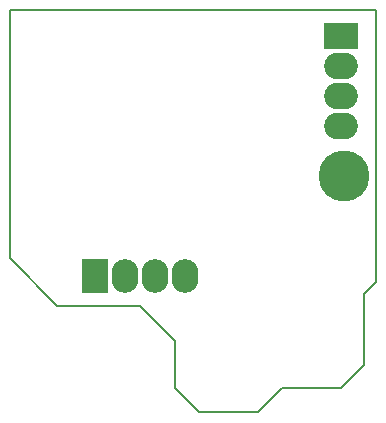
<source format=gbs>
G04 #@! TF.FileFunction,Soldermask,Bot*
%FSLAX46Y46*%
G04 Gerber Fmt 4.6, Leading zero omitted, Abs format (unit mm)*
G04 Created by KiCad (PCBNEW 4.0.7-e2-6376~58~ubuntu16.04.1) date Wed Apr 11 03:41:41 2018*
%MOMM*%
%LPD*%
G01*
G04 APERTURE LIST*
%ADD10C,0.100000*%
%ADD11C,0.150000*%
%ADD12R,2.854000X2.254000*%
%ADD13O,2.854000X2.254000*%
%ADD14R,2.254000X2.854000*%
%ADD15O,2.254000X2.854000*%
%ADD16C,4.318000*%
G04 APERTURE END LIST*
D10*
D11*
X77000000Y-55000000D02*
X77000000Y-34000000D01*
X81000000Y-59000000D02*
X77000000Y-55000000D01*
X88000000Y-59000000D02*
X81000000Y-59000000D01*
X91000000Y-62000000D02*
X88000000Y-59000000D01*
X91000000Y-66000000D02*
X91000000Y-62000000D01*
X93000000Y-68000000D02*
X91000000Y-66000000D01*
X98000000Y-68000000D02*
X93000000Y-68000000D01*
X100000000Y-66000000D02*
X98000000Y-68000000D01*
X105000000Y-66000000D02*
X100000000Y-66000000D01*
X107000000Y-64000000D02*
X105000000Y-66000000D01*
X107000000Y-58000000D02*
X107000000Y-64000000D01*
X108000000Y-57000000D02*
X107000000Y-58000000D01*
X108000000Y-52000000D02*
X108000000Y-57000000D01*
X108000000Y-34000000D02*
X108000000Y-52000000D01*
X77000000Y-34000000D02*
X108000000Y-34000000D01*
D12*
X105000000Y-36150000D03*
D13*
X105000000Y-38690000D03*
X105000000Y-41230000D03*
X105000000Y-43770000D03*
D14*
X84190000Y-56450000D03*
D15*
X86730000Y-56450000D03*
X89270000Y-56450000D03*
X91810000Y-56450000D03*
D16*
X105237280Y-47975520D03*
M02*

</source>
